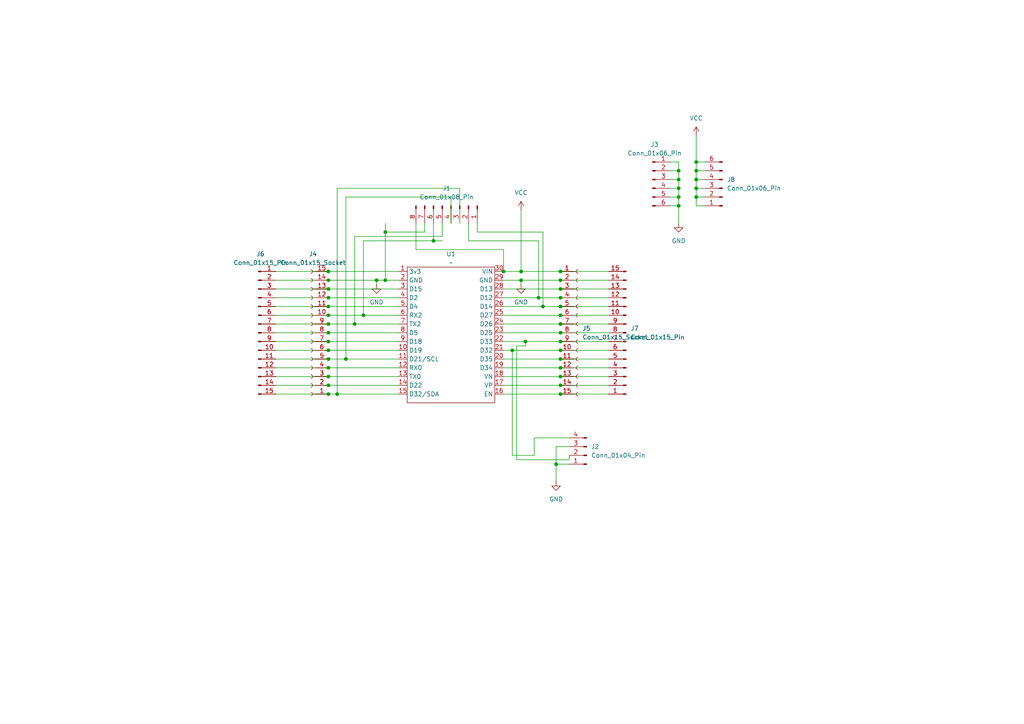
<source format=kicad_sch>
(kicad_sch (version 20231120) (generator "eeschema") (generator_version "8.0")
  (paper "A4")
  (lib_symbols
    (symbol "Connector:Conn_01x04_Pin" (pin_names (offset 1.016) hide)
      (property "Reference" "J" (at 0 5.08 0))
      (property "Value" "Conn_01x04_Pin" (at 0 -7.62 0))
      (symbol "Conn_01x04_Pin_1_1"
        (polyline (pts (xy 1.27 -5.08) (xy 0.8636 -5.08)) (stroke (width 0.1524)))
        (polyline (pts (xy 1.27 -2.54) (xy 0.8636 -2.54)) (stroke (width 0.1524)))
        (polyline (pts (xy 1.27 0) (xy 0.8636 0)) (stroke (width 0.1524)))
        (polyline (pts (xy 1.27 2.54) (xy 0.8636 2.54)) (stroke (width 0.1524)))
        (rectangle (start 0.8636 -4.953) (end 0 -5.207) (stroke (width 0.1524)) (fill (type outline)))
        (rectangle (start 0.8636 -2.413) (end 0 -2.667) (stroke (width 0.1524)) (fill (type outline)))
        (rectangle (start 0.8636 0.127) (end 0 -0.127) (stroke (width 0.1524)) (fill (type outline)))
        (rectangle (start 0.8636 2.667) (end 0 2.413) (stroke (width 0.1524)) (fill (type outline)))
        (pin passive line (at 5.08 2.54 180) (length 3.81) (name "Pin_1") (number "1"))
        (pin passive line (at 5.08 0 180) (length 3.81) (name "Pin_2") (number "2"))
        (pin passive line (at 5.08 -2.54 180) (length 3.81) (name "Pin_3") (number "3"))
        (pin passive line (at 5.08 -5.08 180) (length 3.81) (name "Pin_4") (number "4"))
      )
    )
    (symbol "Connector:Conn_01x06_Pin" (pin_names (offset 1.016) hide)
      (property "Reference" "J" (at 0 7.62 0))
      (property "Value" "Conn_01x06_Pin" (at 0 -10.16 0))
      (symbol "Conn_01x06_Pin_1_1"
        (polyline (pts (xy 1.27 -7.62) (xy 0.8636 -7.62)) (stroke (width 0.1524)))
        (polyline (pts (xy 1.27 -5.08) (xy 0.8636 -5.08)) (stroke (width 0.1524)))
        (polyline (pts (xy 1.27 -2.54) (xy 0.8636 -2.54)) (stroke (width 0.1524)))
        (polyline (pts (xy 1.27 0) (xy 0.8636 0)) (stroke (width 0.1524)))
        (polyline (pts (xy 1.27 2.54) (xy 0.8636 2.54)) (stroke (width 0.1524)))
        (polyline (pts (xy 1.27 5.08) (xy 0.8636 5.08)) (stroke (width 0.1524)))
        (rectangle (start 0.8636 -7.493) (end 0 -7.747) (stroke (width 0.1524)) (fill (type outline)))
        (rectangle (start 0.8636 -4.953) (end 0 -5.207) (stroke (width 0.1524)) (fill (type outline)))
        (rectangle (start 0.8636 -2.413) (end 0 -2.667) (stroke (width 0.1524)) (fill (type outline)))
        (rectangle (start 0.8636 0.127) (end 0 -0.127) (stroke (width 0.1524)) (fill (type outline)))
        (rectangle (start 0.8636 2.667) (end 0 2.413) (stroke (width 0.1524)) (fill (type outline)))
        (rectangle (start 0.8636 5.207) (end 0 4.953) (stroke (width 0.1524)) (fill (type outline)))
        (pin passive line (at 5.08 5.08 180) (length 3.81) (name "Pin_1") (number "1"))
        (pin passive line (at 5.08 2.54 180) (length 3.81) (name "Pin_2") (number "2"))
        (pin passive line (at 5.08 0 180) (length 3.81) (name "Pin_3") (number "3"))
        (pin passive line (at 5.08 -2.54 180) (length 3.81) (name "Pin_4") (number "4"))
        (pin passive line (at 5.08 -5.08 180) (length 3.81) (name "Pin_5") (number "5"))
        (pin passive line (at 5.08 -7.62 180) (length 3.81) (name "Pin_6") (number "6"))
      )
    )
    (symbol "Connector:Conn_01x08_Pin" (pin_names (offset 1.016) hide)
      (property "Reference" "J" (at 0 10.16 0))
      (property "Value" "Conn_01x08_Pin" (at 0 -12.7 0))
      (symbol "Conn_01x08_Pin_1_1"
        (polyline (pts (xy 1.27 -10.16) (xy 0.8636 -10.16)) (stroke (width 0.1524)))
        (polyline (pts (xy 1.27 -7.62) (xy 0.8636 -7.62)) (stroke (width 0.1524)))
        (polyline (pts (xy 1.27 -5.08) (xy 0.8636 -5.08)) (stroke (width 0.1524)))
        (polyline (pts (xy 1.27 -2.54) (xy 0.8636 -2.54)) (stroke (width 0.1524)))
        (polyline (pts (xy 1.27 0) (xy 0.8636 0)) (stroke (width 0.1524)))
        (polyline (pts (xy 1.27 2.54) (xy 0.8636 2.54)) (stroke (width 0.1524)))
        (polyline (pts (xy 1.27 5.08) (xy 0.8636 5.08)) (stroke (width 0.1524)))
        (polyline (pts (xy 1.27 7.62) (xy 0.8636 7.62)) (stroke (width 0.1524)))
        (rectangle (start 0.8636 -10.033) (end 0 -10.287) (stroke (width 0.1524)) (fill (type outline)))
        (rectangle (start 0.8636 -7.493) (end 0 -7.747) (stroke (width 0.1524)) (fill (type outline)))
        (rectangle (start 0.8636 -4.953) (end 0 -5.207) (stroke (width 0.1524)) (fill (type outline)))
        (rectangle (start 0.8636 -2.413) (end 0 -2.667) (stroke (width 0.1524)) (fill (type outline)))
        (rectangle (start 0.8636 0.127) (end 0 -0.127) (stroke (width 0.1524)) (fill (type outline)))
        (rectangle (start 0.8636 2.667) (end 0 2.413) (stroke (width 0.1524)) (fill (type outline)))
        (rectangle (start 0.8636 5.207) (end 0 4.953) (stroke (width 0.1524)) (fill (type outline)))
        (rectangle (start 0.8636 7.747) (end 0 7.493) (stroke (width 0.1524)) (fill (type outline)))
        (pin passive line (at 5.08 7.62 180) (length 3.81) (name "Pin_1") (number "1"))
        (pin passive line (at 5.08 5.08 180) (length 3.81) (name "Pin_2") (number "2"))
        (pin passive line (at 5.08 2.54 180) (length 3.81) (name "Pin_3") (number "3"))
        (pin passive line (at 5.08 0 180) (length 3.81) (name "Pin_4") (number "4"))
        (pin passive line (at 5.08 -2.54 180) (length 3.81) (name "Pin_5") (number "5"))
        (pin passive line (at 5.08 -5.08 180) (length 3.81) (name "Pin_6") (number "6"))
        (pin passive line (at 5.08 -7.62 180) (length 3.81) (name "Pin_7") (number "7"))
        (pin passive line (at 5.08 -10.16 180) (length 3.81) (name "Pin_8") (number "8"))
      )
    )
    (symbol "Connector:Conn_01x15_Pin" (pin_names (offset 1.016) hide)
      (property "Reference" "J" (at 0 20.32 0))
      (property "Value" "Conn_01x15_Pin" (at 0 -20.32 0))
      (symbol "Conn_01x15_Pin_1_1"
        (polyline (pts (xy 1.27 -17.78) (xy 0.8636 -17.78)) (stroke (width 0.1524)))
        (polyline (pts (xy 1.27 -15.24) (xy 0.8636 -15.24)) (stroke (width 0.1524)))
        (polyline (pts (xy 1.27 -12.7) (xy 0.8636 -12.7)) (stroke (width 0.1524)))
        (polyline (pts (xy 1.27 -10.16) (xy 0.8636 -10.16)) (stroke (width 0.1524)))
        (polyline (pts (xy 1.27 -7.62) (xy 0.8636 -7.62)) (stroke (width 0.1524)))
        (polyline (pts (xy 1.27 -5.08) (xy 0.8636 -5.08)) (stroke (width 0.1524)))
        (polyline (pts (xy 1.27 -2.54) (xy 0.8636 -2.54)) (stroke (width 0.1524)))
        (polyline (pts (xy 1.27 0) (xy 0.8636 0)) (stroke (width 0.1524)))
        (polyline (pts (xy 1.27 2.54) (xy 0.8636 2.54)) (stroke (width 0.1524)))
        (polyline (pts (xy 1.27 5.08) (xy 0.8636 5.08)) (stroke (width 0.1524)))
        (polyline (pts (xy 1.27 7.62) (xy 0.8636 7.62)) (stroke (width 0.1524)))
        (polyline (pts (xy 1.27 10.16) (xy 0.8636 10.16)) (stroke (width 0.1524)))
        (polyline (pts (xy 1.27 12.7) (xy 0.8636 12.7)) (stroke (width 0.1524)))
        (polyline (pts (xy 1.27 15.24) (xy 0.8636 15.24)) (stroke (width 0.1524)))
        (polyline (pts (xy 1.27 17.78) (xy 0.8636 17.78)) (stroke (width 0.1524)))
        (rectangle (start 0.8636 -17.653) (end 0 -17.907) (stroke (width 0.1524)) (fill (type outline)))
        (rectangle (start 0.8636 -15.113) (end 0 -15.367) (stroke (width 0.1524)) (fill (type outline)))
        (rectangle (start 0.8636 -12.573) (end 0 -12.827) (stroke (width 0.1524)) (fill (type outline)))
        (rectangle (start 0.8636 -10.033) (end 0 -10.287) (stroke (width 0.1524)) (fill (type outline)))
        (rectangle (start 0.8636 -7.493) (end 0 -7.747) (stroke (width 0.1524)) (fill (type outline)))
        (rectangle (start 0.8636 -4.953) (end 0 -5.207) (stroke (width 0.1524)) (fill (type outline)))
        (rectangle (start 0.8636 -2.413) (end 0 -2.667) (stroke (width 0.1524)) (fill (type outline)))
        (rectangle (start 0.8636 0.127) (end 0 -0.127) (stroke (width 0.1524)) (fill (type outline)))
        (rectangle (start 0.8636 2.667) (end 0 2.413) (stroke (width 0.1524)) (fill (type outline)))
        (rectangle (start 0.8636 5.207) (end 0 4.953) (stroke (width 0.1524)) (fill (type outline)))
        (rectangle (start 0.8636 7.747) (end 0 7.493) (stroke (width 0.1524)) (fill (type outline)))
        (rectangle (start 0.8636 10.287) (end 0 10.033) (stroke (width 0.1524)) (fill (type outline)))
        (rectangle (start 0.8636 12.827) (end 0 12.573) (stroke (width 0.1524)) (fill (type outline)))
        (rectangle (start 0.8636 15.367) (end 0 15.113) (stroke (width 0.1524)) (fill (type outline)))
        (rectangle (start 0.8636 17.907) (end 0 17.653) (stroke (width 0.1524)) (fill (type outline)))
        (pin passive line (at 5.08 17.78 180) (length 3.81) (name "Pin_1") (number "1"))
        (pin passive line (at 5.08 -5.08 180) (length 3.81) (name "Pin_10") (number "10"))
        (pin passive line (at 5.08 -7.62 180) (length 3.81) (name "Pin_11") (number "11"))
        (pin passive line (at 5.08 -10.16 180) (length 3.81) (name "Pin_12") (number "12"))
        (pin passive line (at 5.08 -12.7 180) (length 3.81) (name "Pin_13") (number "13"))
        (pin passive line (at 5.08 -15.24 180) (length 3.81) (name "Pin_14") (number "14"))
        (pin passive line (at 5.08 -17.78 180) (length 3.81) (name "Pin_15") (number "15"))
        (pin passive line (at 5.08 15.24 180) (length 3.81) (name "Pin_2") (number "2"))
        (pin passive line (at 5.08 12.7 180) (length 3.81) (name "Pin_3") (number "3"))
        (pin passive line (at 5.08 10.16 180) (length 3.81) (name "Pin_4") (number "4"))
        (pin passive line (at 5.08 7.62 180) (length 3.81) (name "Pin_5") (number "5"))
        (pin passive line (at 5.08 5.08 180) (length 3.81) (name "Pin_6") (number "6"))
        (pin passive line (at 5.08 2.54 180) (length 3.81) (name "Pin_7") (number "7"))
        (pin passive line (at 5.08 0 180) (length 3.81) (name "Pin_8") (number "8"))
        (pin passive line (at 5.08 -2.54 180) (length 3.81) (name "Pin_9") (number "9"))
      )
    )
    (symbol "Connector:Conn_01x15_Socket" (pin_names (offset 1.016) hide)
      (property "Reference" "J" (at 0 20.32 0))
      (property "Value" "Conn_01x15_Socket" (at 0 -20.32 0))
      (symbol "Conn_01x15_Socket_1_1"
        (arc (start 0 -17.272) (mid -0.5058 -17.78) (end 0 -18.288) (stroke (width 0.1524)))
        (arc (start 0 -14.732) (mid -0.5058 -15.24) (end 0 -15.748) (stroke (width 0.1524)))
        (arc (start 0 -12.192) (mid -0.5058 -12.7) (end 0 -13.208) (stroke (width 0.1524)))
        (arc (start 0 -9.652) (mid -0.5058 -10.16) (end 0 -10.668) (stroke (width 0.1524)))
        (arc (start 0 -7.112) (mid -0.5058 -7.62) (end 0 -8.128) (stroke (width 0.1524)))
        (arc (start 0 -4.572) (mid -0.5058 -5.08) (end 0 -5.588) (stroke (width 0.1524)))
        (arc (start 0 -2.032) (mid -0.5058 -2.54) (end 0 -3.048) (stroke (width 0.1524)))
        (polyline (pts (xy -1.27 -17.78) (xy -0.508 -17.78)) (stroke (width 0.1524)))
        (polyline (pts (xy -1.27 -15.24) (xy -0.508 -15.24)) (stroke (width 0.1524)))
        (polyline (pts (xy -1.27 -12.7) (xy -0.508 -12.7)) (stroke (width 0.1524)))
        (polyline (pts (xy -1.27 -10.16) (xy -0.508 -10.16)) (stroke (width 0.1524)))
        (polyline (pts (xy -1.27 -7.62) (xy -0.508 -7.62)) (stroke (width 0.1524)))
        (polyline (pts (xy -1.27 -5.08) (xy -0.508 -5.08)) (stroke (width 0.1524)))
        (polyline (pts (xy -1.27 -2.54) (xy -0.508 -2.54)) (stroke (width 0.1524)))
        (polyline (pts (xy -1.27 0) (xy -0.508 0)) (stroke (width 0.1524)))
        (polyline (pts (xy -1.27 2.54) (xy -0.508 2.54)) (stroke (width 0.1524)))
        (polyline (pts (xy -1.27 5.08) (xy -0.508 5.08)) (stroke (width 0.1524)))
        (polyline (pts (xy -1.27 7.62) (xy -0.508 7.62)) (stroke (width 0.1524)))
        (polyline (pts (xy -1.27 10.16) (xy -0.508 10.16)) (stroke (width 0.1524)))
        (polyline (pts (xy -1.27 12.7) (xy -0.508 12.7)) (stroke (width 0.1524)))
        (polyline (pts (xy -1.27 15.24) (xy -0.508 15.24)) (stroke (width 0.1524)))
        (polyline (pts (xy -1.27 17.78) (xy -0.508 17.78)) (stroke (width 0.1524)))
        (arc (start 0 0.508) (mid -0.5058 0) (end 0 -0.508) (stroke (width 0.1524)))
        (arc (start 0 3.048) (mid -0.5058 2.54) (end 0 2.032) (stroke (width 0.1524)))
        (arc (start 0 5.588) (mid -0.5058 5.08) (end 0 4.572) (stroke (width 0.1524)))
        (arc (start 0 8.128) (mid -0.5058 7.62) (end 0 7.112) (stroke (width 0.1524)))
        (arc (start 0 10.668) (mid -0.5058 10.16) (end 0 9.652) (stroke (width 0.1524)))
        (arc (start 0 13.208) (mid -0.5058 12.7) (end 0 12.192) (stroke (width 0.1524)))
        (arc (start 0 15.748) (mid -0.5058 15.24) (end 0 14.732) (stroke (width 0.1524)))
        (arc (start 0 18.288) (mid -0.5058 17.78) (end 0 17.272) (stroke (width 0.1524)))
        (pin passive line (at -5.08 17.78 0) (length 3.81) (name "Pin_1") (number "1"))
        (pin passive line (at -5.08 -5.08 0) (length 3.81) (name "Pin_10") (number "10"))
        (pin passive line (at -5.08 -7.62 0) (length 3.81) (name "Pin_11") (number "11"))
        (pin passive line (at -5.08 -10.16 0) (length 3.81) (name "Pin_12") (number "12"))
        (pin passive line (at -5.08 -12.7 0) (length 3.81) (name "Pin_13") (number "13"))
        (pin passive line (at -5.08 -15.24 0) (length 3.81) (name "Pin_14") (number "14"))
        (pin passive line (at -5.08 -17.78 0) (length 3.81) (name "Pin_15") (number "15"))
        (pin passive line (at -5.08 15.24 0) (length 3.81) (name "Pin_2") (number "2"))
        (pin passive line (at -5.08 12.7 0) (length 3.81) (name "Pin_3") (number "3"))
        (pin passive line (at -5.08 10.16 0) (length 3.81) (name "Pin_4") (number "4"))
        (pin passive line (at -5.08 7.62 0) (length 3.81) (name "Pin_5") (number "5"))
        (pin passive line (at -5.08 5.08 0) (length 3.81) (name "Pin_6") (number "6"))
        (pin passive line (at -5.08 2.54 0) (length 3.81) (name "Pin_7") (number "7"))
        (pin passive line (at -5.08 0 0) (length 3.81) (name "Pin_8") (number "8"))
        (pin passive line (at -5.08 -2.54 0) (length 3.81) (name "Pin_9") (number "9"))
      )
    )
    (symbol "Esp32-Dave:ESP32DEVKITV1"
      (property "Reference" "U" (at 0 0 0))
      (symbol "ESP32DEVKITV1_1_1"
        (rectangle (start -6.35 8.89) (end 19.05 -30.48))
        (pin input line (at -8.89 7.62 0) (length 2.54) (name "3v3") (number "1"))
        (pin input line (at -8.89 -15.24 0) (length 2.54) (name "D19") (number "10"))
        (pin input line (at -8.89 -17.78 0) (length 2.54) (name "D21/SCL") (number "11"))
        (pin input line (at -8.89 -20.32 0) (length 2.54) (name "RX0") (number "12"))
        (pin input line (at -8.89 -22.86 0) (length 2.54) (name "TX0") (number "13"))
        (pin input line (at -8.89 -25.4 0) (length 2.54) (name "D22") (number "14"))
        (pin input line (at -8.89 -27.94 0) (length 2.54) (name "D32/SDA") (number "15"))
        (pin input line (at 21.59 -27.94 180) (length 2.54) (name "EN") (number "16"))
        (pin input line (at 21.59 -25.4 180) (length 2.54) (name "VP") (number "17"))
        (pin input line (at 21.59 -22.86 180) (length 2.54) (name "VN") (number "18"))
        (pin input line (at 21.59 -20.32 180) (length 2.54) (name "D34") (number "19"))
        (pin input line (at -8.89 5.08 0) (length 2.54) (name "GND") (number "2"))
        (pin input line (at 21.59 -17.78 180) (length 2.54) (name "D35") (number "20"))
        (pin input line (at 21.59 -15.24 180) (length 2.54) (name "D32") (number "21"))
        (pin input line (at 21.59 -12.7 180) (length 2.54) (name "D33") (number "22"))
        (pin input line (at 21.59 -10.16 180) (length 2.54) (name "D25") (number "23"))
        (pin input line (at 21.59 -7.62 180) (length 2.54) (name "D26") (number "24"))
        (pin input line (at 21.59 -5.08 180) (length 2.54) (name "D27") (number "25"))
        (pin input line (at 21.59 -2.54 180) (length 2.54) (name "D14") (number "26"))
        (pin input line (at 21.59 0 180) (length 2.54) (name "D12") (number "27"))
        (pin input line (at 21.59 2.54 180) (length 2.54) (name "D13") (number "28"))
        (pin input line (at 21.59 5.08 180) (length 2.54) (name "GND") (number "29"))
        (pin input line (at -8.89 2.54 0) (length 2.54) (name "D15") (number "3"))
        (pin input line (at 21.59 7.62 180) (length 2.54) (name "VIN") (number "30"))
        (pin input line (at -8.89 0 0) (length 2.54) (name "D2") (number "4"))
        (pin input line (at -8.89 -2.54 0) (length 2.54) (name "D4") (number "5"))
        (pin input line (at -8.89 -5.08 0) (length 2.54) (name "RX2") (number "6"))
        (pin input line (at -8.89 -7.62 0) (length 2.54) (name "TX2") (number "7"))
        (pin input line (at -8.89 -10.16 0) (length 2.54) (name "D5") (number "8"))
        (pin input line (at -8.89 -12.7 0) (length 2.54) (name "D18") (number "9"))
      )
    )
    (symbol "power:GND" (power) (pin_numbers hide) (pin_names (offset 0) hide)
      (property "Value" "GND" (at 0 -3.81 0))
      (symbol "GND_0_1"
        (polyline (pts (xy 0 0) (xy 0 -1.27) (xy 1.27 -1.27) (xy 0 -2.54) (xy -1.27 -1.27) (xy 0 -1.27)))
      )
      (symbol "GND_1_1"
        (pin power_in line (at 0 0 270) (length 0) (name "~") (number "1"))
      )
    )
    (symbol "power:VCC" (power) (pin_numbers hide) (pin_names (offset 0) hide)
      (property "Value" "VCC" (at 0 3.556 0))
      (symbol "VCC_0_1"
        (polyline (pts (xy -0.762 1.27) (xy 0 2.54)))
        (polyline (pts (xy 0 0) (xy 0 2.54)))
        (polyline (pts (xy 0 2.54) (xy 0.762 1.27)))
      )
      (symbol "VCC_1_1"
        (pin power_in line (at 0 0 90) (length 0) (name "~") (number "1"))
      )
    )
  )
  (junction (at 162.56 114.3))
  (junction (at 201.93 52.07))
  (junction (at 201.93 54.61))
  (junction (at 109.22 81.28))
  (junction (at 196.85 57.15))
  (junction (at 162.56 99.06))
  (junction (at 95.25 111.76))
  (junction (at 95.25 78.74))
  (junction (at 95.25 86.36))
  (junction (at 162.56 91.44))
  (junction (at 162.56 83.82))
  (junction (at 161.29 134.62))
  (junction (at 162.56 96.52))
  (junction (at 196.85 49.53))
  (junction (at 95.25 96.52))
  (junction (at 95.25 91.44))
  (junction (at 95.25 99.06))
  (junction (at 156.21 86.36))
  (junction (at 95.25 88.9))
  (junction (at 95.25 109.22))
  (junction (at 105.41 91.44))
  (junction (at 162.56 88.9))
  (junction (at 162.56 109.22))
  (junction (at 162.56 81.28))
  (junction (at 201.93 46.99))
  (junction (at 95.25 104.14))
  (junction (at 95.25 106.68))
  (junction (at 152.4 99.06))
  (junction (at 95.25 83.82))
  (junction (at 162.56 106.68))
  (junction (at 146.05 78.74))
  (junction (at 95.25 114.3))
  (junction (at 111.76 67.31))
  (junction (at 196.85 54.61))
  (junction (at 95.25 93.98))
  (junction (at 102.87 93.98))
  (junction (at 100.33 104.14))
  (junction (at 111.76 81.28))
  (junction (at 201.93 57.15))
  (junction (at 95.25 81.28))
  (junction (at 151.13 78.74))
  (junction (at 157.48 88.9))
  (junction (at 162.56 101.6))
  (junction (at 151.13 81.28))
  (junction (at 162.56 93.98))
  (junction (at 125.73 69.85))
  (junction (at 162.56 104.14))
  (junction (at 95.25 101.6))
  (junction (at 196.85 59.69))
  (junction (at 162.56 78.74))
  (junction (at 97.79 114.3))
  (junction (at 201.93 49.53))
  (junction (at 162.56 86.36))
  (junction (at 196.85 52.07))
  (junction (at 148.59 101.6))
  (junction (at 162.56 111.76))
  (wire (pts (xy 165.1 133.35) (xy 165.1 132.08)))
  (wire (pts (xy 201.93 52.07) (xy 201.93 49.53)))
  (wire (pts (xy 109.22 81.28) (xy 111.76 81.28)))
  (wire (pts (xy 201.93 49.53) (xy 201.93 46.99)))
  (wire (pts (xy 196.85 46.99) (xy 196.85 49.53)))
  (wire (pts (xy 120.65 64.77) (xy 120.65 72.39)))
  (wire (pts (xy 138.43 64.77) (xy 138.43 67.31)))
  (wire (pts (xy 111.76 67.31) (xy 123.19 67.31)))
  (wire (pts (xy 149.86 100.33) (xy 149.86 133.35)))
  (wire (pts (xy 151.13 81.28) (xy 162.56 81.28)))
  (wire (pts (xy 102.87 93.98) (xy 115.57 93.98)))
  (wire (pts (xy 162.56 93.98) (xy 176.53 93.98)))
  (wire (pts (xy 80.01 91.44) (xy 95.25 91.44)))
  (wire (pts (xy 151.13 78.74) (xy 151.13 60.96)))
  (wire (pts (xy 157.48 88.9) (xy 146.05 88.9)))
  (wire (pts (xy 201.93 54.61) (xy 201.93 52.07)))
  (wire (pts (xy 80.01 104.14) (xy 95.25 104.14)))
  (wire (pts (xy 204.47 54.61) (xy 201.93 54.61)))
  (wire (pts (xy 95.25 91.44) (xy 105.41 91.44)))
  (wire (pts (xy 95.25 109.22) (xy 115.57 109.22)))
  (wire (pts (xy 146.05 91.44) (xy 162.56 91.44)))
  (wire (pts (xy 157.48 67.31) (xy 157.48 88.9)))
  (wire (pts (xy 105.41 69.85) (xy 125.73 69.85)))
  (wire (pts (xy 196.85 57.15) (xy 196.85 59.69)))
  (wire (pts (xy 146.05 109.22) (xy 162.56 109.22)))
  (wire (pts (xy 95.25 104.14) (xy 100.33 104.14)))
  (wire (pts (xy 162.56 78.74) (xy 176.53 78.74)))
  (wire (pts (xy 130.81 64.77) (xy 130.81 57.15)))
  (wire (pts (xy 95.25 83.82) (xy 115.57 83.82)))
  (wire (pts (xy 95.25 99.06) (xy 115.57 99.06)))
  (wire (pts (xy 194.31 52.07) (xy 196.85 52.07)))
  (wire (pts (xy 125.73 69.85) (xy 128.27 69.85)))
  (wire (pts (xy 146.05 81.28) (xy 151.13 81.28)))
  (wire (pts (xy 204.47 57.15) (xy 201.93 57.15)))
  (wire (pts (xy 194.31 54.61) (xy 196.85 54.61)))
  (wire (pts (xy 194.31 57.15) (xy 196.85 57.15)))
  (wire (pts (xy 100.33 57.15) (xy 100.33 104.14)))
  (wire (pts (xy 95.25 81.28) (xy 109.22 81.28)))
  (wire (pts (xy 156.21 86.36) (xy 162.56 86.36)))
  (wire (pts (xy 148.59 101.6) (xy 148.59 132.08)))
  (wire (pts (xy 146.05 96.52) (xy 162.56 96.52)))
  (wire (pts (xy 194.31 46.99) (xy 196.85 46.99)))
  (wire (pts (xy 80.01 83.82) (xy 95.25 83.82)))
  (wire (pts (xy 194.31 49.53) (xy 196.85 49.53)))
  (wire (pts (xy 149.86 133.35) (xy 165.1 133.35)))
  (wire (pts (xy 161.29 129.54) (xy 161.29 134.62)))
  (wire (pts (xy 162.56 96.52) (xy 176.53 96.52)))
  (wire (pts (xy 80.01 109.22) (xy 95.25 109.22)))
  (wire (pts (xy 80.01 106.68) (xy 95.25 106.68)))
  (wire (pts (xy 156.21 86.36) (xy 146.05 86.36)))
  (wire (pts (xy 111.76 64.77) (xy 111.76 67.31)))
  (wire (pts (xy 80.01 88.9) (xy 95.25 88.9)))
  (wire (pts (xy 201.93 46.99) (xy 204.47 46.99)))
  (wire (pts (xy 162.56 106.68) (xy 176.53 106.68)))
  (wire (pts (xy 95.25 106.68) (xy 115.57 106.68)))
  (wire (pts (xy 165.1 127) (xy 154.94 127)))
  (wire (pts (xy 152.4 99.06) (xy 162.56 99.06)))
  (wire (pts (xy 162.56 114.3) (xy 176.53 114.3)))
  (wire (pts (xy 80.01 101.6) (xy 95.25 101.6)))
  (wire (pts (xy 123.19 64.77) (xy 123.19 67.31)))
  (wire (pts (xy 146.05 93.98) (xy 162.56 93.98)))
  (wire (pts (xy 149.86 100.33) (xy 152.4 100.33)))
  (wire (pts (xy 138.43 67.31) (xy 157.48 67.31)))
  (wire (pts (xy 146.05 78.74) (xy 151.13 78.74)))
  (wire (pts (xy 95.25 78.74) (xy 115.57 78.74)))
  (wire (pts (xy 196.85 52.07) (xy 196.85 54.61)))
  (wire (pts (xy 130.81 57.15) (xy 100.33 57.15)))
  (wire (pts (xy 80.01 93.98) (xy 95.25 93.98)))
  (wire (pts (xy 161.29 134.62) (xy 161.29 139.7)))
  (wire (pts (xy 165.1 129.54) (xy 161.29 129.54)))
  (wire (pts (xy 80.01 111.76) (xy 95.25 111.76)))
  (wire (pts (xy 201.93 57.15) (xy 201.93 54.61)))
  (wire (pts (xy 204.47 52.07) (xy 201.93 52.07)))
  (wire (pts (xy 80.01 96.52) (xy 95.25 96.52)))
  (wire (pts (xy 162.56 101.6) (xy 176.53 101.6)))
  (wire (pts (xy 162.56 99.06) (xy 176.53 99.06)))
  (wire (pts (xy 97.79 114.3) (xy 115.57 114.3)))
  (wire (pts (xy 120.65 72.39) (xy 146.05 72.39)))
  (wire (pts (xy 95.25 93.98) (xy 102.87 93.98)))
  (wire (pts (xy 146.05 83.82) (xy 162.56 83.82)))
  (wire (pts (xy 162.56 83.82) (xy 176.53 83.82)))
  (wire (pts (xy 102.87 68.58) (xy 128.27 68.58)))
  (wire (pts (xy 135.89 69.85) (xy 156.21 69.85)))
  (wire (pts (xy 194.31 59.69) (xy 196.85 59.69)))
  (wire (pts (xy 133.35 54.61) (xy 97.79 54.61)))
  (wire (pts (xy 95.25 111.76) (xy 115.57 111.76)))
  (wire (pts (xy 105.41 69.85) (xy 105.41 91.44)))
  (wire (pts (xy 196.85 54.61) (xy 196.85 57.15)))
  (wire (pts (xy 109.22 81.28) (xy 109.22 82.55)))
  (wire (pts (xy 162.56 104.14) (xy 176.53 104.14)))
  (wire (pts (xy 133.35 64.77) (xy 133.35 54.61)))
  (wire (pts (xy 80.01 81.28) (xy 95.25 81.28)))
  (wire (pts (xy 201.93 59.69) (xy 201.93 57.15)))
  (wire (pts (xy 162.56 88.9) (xy 176.53 88.9)))
  (wire (pts (xy 204.47 59.69) (xy 201.93 59.69)))
  (wire (pts (xy 111.76 81.28) (xy 115.57 81.28)))
  (wire (pts (xy 204.47 49.53) (xy 201.93 49.53)))
  (wire (pts (xy 111.76 67.31) (xy 111.76 81.28)))
  (wire (pts (xy 97.79 54.61) (xy 97.79 114.3)))
  (wire (pts (xy 201.93 39.37) (xy 201.93 46.99)))
  (wire (pts (xy 100.33 104.14) (xy 115.57 104.14)))
  (wire (pts (xy 95.25 88.9) (xy 115.57 88.9)))
  (wire (pts (xy 162.56 86.36) (xy 176.53 86.36)))
  (wire (pts (xy 162.56 111.76) (xy 176.53 111.76)))
  (wire (pts (xy 196.85 59.69) (xy 196.85 64.77)))
  (wire (pts (xy 80.01 114.3) (xy 95.25 114.3)))
  (wire (pts (xy 80.01 99.06) (xy 95.25 99.06)))
  (wire (pts (xy 148.59 101.6) (xy 162.56 101.6)))
  (wire (pts (xy 105.41 91.44) (xy 115.57 91.44)))
  (wire (pts (xy 151.13 81.28) (xy 151.13 82.55)))
  (wire (pts (xy 152.4 100.33) (xy 152.4 99.06)))
  (wire (pts (xy 156.21 69.85) (xy 156.21 86.36)))
  (wire (pts (xy 162.56 91.44) (xy 176.53 91.44)))
  (wire (pts (xy 154.94 132.08) (xy 148.59 132.08)))
  (wire (pts (xy 102.87 68.58) (xy 102.87 93.98)))
  (wire (pts (xy 152.4 99.06) (xy 146.05 99.06)))
  (wire (pts (xy 80.01 86.36) (xy 95.25 86.36)))
  (wire (pts (xy 146.05 101.6) (xy 148.59 101.6)))
  (wire (pts (xy 146.05 111.76) (xy 162.56 111.76)))
  (wire (pts (xy 95.25 96.52) (xy 115.57 96.52)))
  (wire (pts (xy 125.73 64.77) (xy 125.73 69.85)))
  (wire (pts (xy 95.25 101.6) (xy 115.57 101.6)))
  (wire (pts (xy 128.27 68.58) (xy 128.27 64.77)))
  (wire (pts (xy 135.89 64.77) (xy 135.89 69.85)))
  (wire (pts (xy 80.01 78.74) (xy 95.25 78.74)))
  (wire (pts (xy 162.56 109.22) (xy 176.53 109.22)))
  (wire (pts (xy 95.25 86.36) (xy 115.57 86.36)))
  (wire (pts (xy 154.94 127) (xy 154.94 132.08)))
  (wire (pts (xy 165.1 134.62) (xy 161.29 134.62)))
  (wire (pts (xy 157.48 88.9) (xy 162.56 88.9)))
  (wire (pts (xy 196.85 49.53) (xy 196.85 52.07)))
  (wire (pts (xy 146.05 72.39) (xy 146.05 78.74)))
  (wire (pts (xy 151.13 78.74) (xy 162.56 78.74)))
  (wire (pts (xy 146.05 104.14) (xy 162.56 104.14)))
  (wire (pts (xy 146.05 106.68) (xy 162.56 106.68)))
  (wire (pts (xy 162.56 81.28) (xy 176.53 81.28)))
  (wire (pts (xy 95.25 114.3) (xy 97.79 114.3)))
  (wire (pts (xy 146.05 114.3) (xy 162.56 114.3)))
  (symbol (lib_id "Connector:Conn_01x15_Pin") (at 74.93 96.52 0) (unit 1)
    (property "Reference" "J6" (at 75.565 73.66 0))
    (property "Value" "Conn_01x15_Pin" (at 75.565 76.2 0))
    (property "Footprint" "Connector_PinHeader_2.54mm:PinHeader_1x15_P2.54mm_Vertical" (effects (hide yes)))
    (property "Description" "Generic connector, single row, 01x15, script generated" (effects (hide yes)))
  )
  (symbol (lib_id "power:GND") (at 151.13 82.55 0) (unit 1)
    (property "Reference" "#PWR02" (effects (hide yes)))
    (property "Value" "GND" (at 151.13 87.63 0))
    (property "Description" "Power symbol creates a global label with name \"GND\" , ground" (effects (hide yes)))
  )
  (symbol (lib_id "power:GND") (at 161.29 139.7 0) (unit 1)
    (property "Reference" "#PWR04" (effects (hide yes)))
    (property "Value" "GND" (at 161.29 144.78 0))
    (property "Description" "Power symbol creates a global label with name \"GND\" , ground" (effects (hide yes)))
  )
  (symbol (lib_id "power:GND") (at 196.85 64.77 0) (unit 1)
    (property "Reference" "#PWR05" (effects (hide yes)))
    (property "Value" "GND" (at 196.85 69.85 0))
    (property "Description" "Power symbol creates a global label with name \"GND\" , ground" (effects (hide yes)))
  )
  (symbol (lib_id "power:VCC") (at 201.93 39.37 0) (unit 1)
    (property "Reference" "#PWR06" (effects (hide yes)))
    (property "Value" "VCC" (at 201.93 34.29 0))
    (property "Description" "Power symbol creates a global label with name \"VCC\"" (effects (hide yes)))
  )
  (symbol (lib_id "Connector:Conn_01x15_Pin") (at 181.61 96.52 180) (unit 1)
    (property "Reference" "J7" (at 182.88 95.2499 0) (effects (justify right)))
    (property "Value" "Conn_01x15_Pin" (at 182.88 97.7899 0) (effects (justify right)))
    (property "Footprint" "Connector_PinHeader_2.54mm:PinHeader_1x15_P2.54mm_Vertical" (effects (hide yes)))
    (property "Description" "Generic connector, single row, 01x15, script generated" (effects (hide yes)))
  )
  (symbol (lib_id "Connector:Conn_01x04_Pin") (at 170.18 132.08 180) (unit 1)
    (property "Reference" "J2" (at 171.45 129.5399 0) (effects (justify right)))
    (property "Value" "Conn_01x04_Pin" (at 171.45 132.0799 0) (effects (justify right)))
    (property "Footprint" "Connector_PinHeader_2.54mm:PinHeader_1x04_P2.54mm_Horizontal" (effects (hide yes)))
    (property "Description" "Generic connector, single row, 01x04, script generated" (effects (hide yes)))
  )
  (symbol (lib_id "Connector:Conn_01x06_Pin") (at 209.55 54.61 180) (unit 1)
    (property "Reference" "J8" (at 210.82 52.0699 0) (effects (justify right)))
    (property "Value" "Conn_01x06_Pin" (at 210.82 54.6099 0) (effects (justify right)))
    (property "Footprint" "Connector_PinHeader_2.54mm:PinHeader_1x06_P2.54mm_Vertical" (effects (hide yes)))
    (property "Description" "Generic connector, single row, 01x06, script generated" (effects (hide yes)))
  )
  (symbol (lib_id "Connector:Conn_01x15_Socket") (at 167.64 96.52 0) (unit 1)
    (property "Reference" "J5" (at 168.91 95.2499 0) (effects (justify left)))
    (property "Value" "Conn_01x15_Socket" (at 168.91 97.7899 0) (effects (justify left)))
    (property "Footprint" "Connector_PinHeader_2.54mm:PinHeader_1x15_P2.54mm_Vertical" (effects (hide yes)))
    (property "Description" "Generic connector, single row, 01x15, script generated" (effects (hide yes)))
  )
  (symbol (lib_id "power:VCC") (at 151.13 60.96 0) (unit 1)
    (property "Reference" "#PWR01" (effects (hide yes)))
    (property "Value" "VCC" (at 151.13 55.88 0))
    (property "Description" "Power symbol creates a global label with name \"VCC\"" (effects (hide yes)))
  )
  (symbol (lib_id "power:GND") (at 109.22 82.55 0) (unit 1)
    (property "Reference" "#PWR03" (effects (hide yes)))
    (property "Value" "GND" (at 109.22 87.63 0))
    (property "Description" "Power symbol creates a global label with name \"GND\" , ground" (effects (hide yes)))
  )
  (symbol (lib_id "Connector:Conn_01x15_Socket") (at 90.17 96.52 180) (unit 1)
    (property "Reference" "J4" (at 90.805 73.66 0))
    (property "Value" "Conn_01x15_Socket" (at 90.805 76.2 0))
    (property "Footprint" "Connector_PinHeader_2.54mm:PinHeader_1x15_P2.54mm_Vertical" (effects (hide yes)))
    (property "Description" "Generic connector, single row, 01x15, script generated" (effects (hide yes)))
  )
  (symbol (lib_id "Esp32-Dave:ESP32DEVKITV1") (at 124.46 86.36 0) (unit 1)
    (property "Reference" "U1" (at 130.81 73.66 0))
    (property "Value" "~" (at 130.81 76.2 0))
    (property "Footprint" "DaveESP32ibrary:ESP32-DEVKITV1" (effects (hide yes)))
  )
  (symbol (lib_id "Connector:Conn_01x08_Pin") (at 130.81 59.69 270) (unit 1)
    (property "Reference" "J1" (at 129.54 54.61 90))
    (property "Value" "Conn_01x08_Pin" (at 129.54 57.15 90))
    (property "Footprint" "Connector_PinHeader_2.54mm:PinHeader_1x08_P2.54mm_Vertical" (effects (hide yes)))
    (property "Description" "Generic connector, single row, 01x08, script generated" (effects (hide yes)))
  )
  (symbol (lib_id "Connector:Conn_01x06_Pin") (at 189.23 52.07 0) (unit 1)
    (property "Reference" "J3" (at 189.865 41.91 0))
    (property "Value" "Conn_01x06_Pin" (at 189.865 44.45 0))
    (property "Footprint" "Connector_PinHeader_2.54mm:PinHeader_1x06_P2.54mm_Vertical" (effects (hide yes)))
    (property "Description" "Generic connector, single row, 01x06, script generated" (effects (hide yes)))
  )
)
</source>
